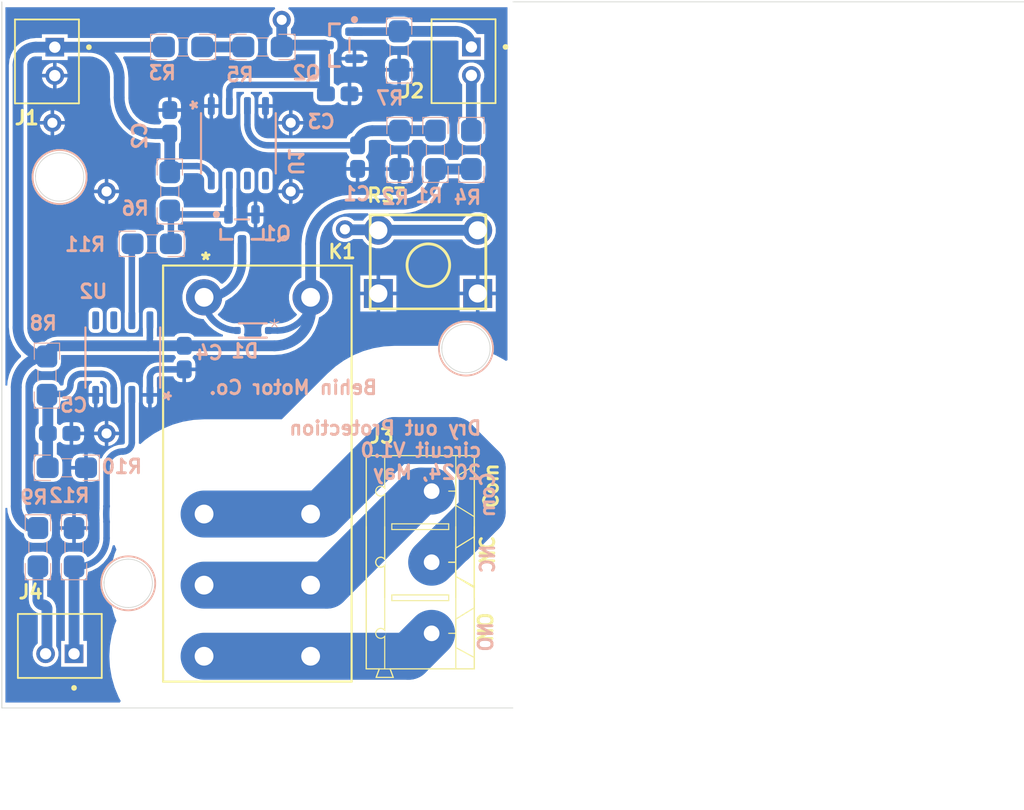
<source format=kicad_pcb>
(kicad_pcb (version 20221018) (generator pcbnew)
  (layers (0 "F.Cu" signal) (31 "B.Cu" signal) (34 "B.Paste" user) (35 "F.Paste" user) (36 "B.SilkS" user "B.Silkscreen") (37 "F.SilkS" user "F.Silkscreen") (38 "B.Mask" user) (39 "F.Mask" user) (44 "Edge.Cuts" user))
  (net 0 "")
  (footprint "CPC.PcbLib:KF301 2PIN" (layer "F.Cu") (at 147.066 112.776 90)
    (fp_text reference "J3" (at 10.795 -4.4704 unlocked) (layer "F.SilkS") (effects (font (size 0.9652 0.9652) (thickness 0.2032)) (justify left bottom)))
    (fp_text value "2Pin Terminal" hide)
    (fp_line (start -5.59999 -3.9) (end -5.59999 -2.7) (stroke (width 0.08)) (layer "F.SilkS"))
    (fp_line (start -5.59999 -3.9) (end -5.59999 -2.7) (stroke (width 0.08)) (layer "F.SilkS"))
    (fp_line (start -5.59999 -3.9) (end -4.99999 -3.68162) (stroke (width 0.08)) (layer "F.SilkS"))
    (fp_line (start -5.59999 -3.9) (end -4.99999 -3.68162) (stroke (width 0.08)) (layer "F.SilkS"))
    (fp_line (start -4.99999 -4.6) (end -4.99999 -3.68162) (stroke (width 0.08)) (layer "F.SilkS"))
    (fp_line (start -4.99999 -4.6) (end -4.99999 -3.3) (stroke (width 0.08)) (layer "F.SilkS"))
    (fp_line (start -4.99999 -4.6) (end 5.00001 -4.6) (stroke (width 0.08)) (layer "F.SilkS"))
    (fp_line (start -4.99999 -4.6) (end 5.00001 -4.6) (stroke (width 0.08)) (layer "F.SilkS"))
    (fp_line (start -4.99999 -3.3) (end -4.99999 1.7) (stroke (width 0.08)) (layer "F.SilkS"))
    (fp_line (start -4.99999 -3.3) (end -2.70999 -3.3) (stroke (width 0.08)) (layer "F.SilkS"))
    (fp_line (start -4.99999 -2.91838) (end -5.59999 -2.7) (stroke (width 0.08)) (layer "F.SilkS"))
    (fp_line (start -4.99999 -2.91838) (end -5.59999 -2.7) (stroke (width 0.08)) (layer "F.SilkS"))
    (fp_line (start -4.99999 -2.91838) (end -4.99999 3) (stroke (width 0.08)) (layer "F.SilkS"))
    (fp_line (start -4.99999 1.7) (end -4.99999 3) (stroke (width 0.08)) (layer "F.SilkS"))
    (fp_line (start -4.99999 1.7) (end 5.00001 1.7) (stroke (width 0.08)) (layer "F.SilkS"))
    (fp_line (start -4.99999 3) (end 5.00001 3) (stroke (width 0.08)) (layer "F.SilkS"))
    (fp_line (start -4.99999 3) (end 5.00001 3) (stroke (width 0.08)) (layer "F.SilkS"))
    (fp_line (start -3.5 1.7) (end -4.2 3) (stroke (width 0.08)) (layer "F.SilkS"))
    (fp_line (start -3.5 1.7) (end -1.5 1.7) (stroke (width 0.08)) (layer "F.SilkS"))
    (fp_line (start -2.5 1.2) (end -2.5 1.7) (stroke (width 0.08)) (layer "F.SilkS"))
    (fp_line (start -2.28999 -3.3) (end 2.29001 -3.3) (stroke (width 0.08)) (layer "F.SilkS"))
    (fp_line (start -1.5 1.7) (end -0.7 3) (stroke (width 0.08)) (layer "F.SilkS"))
    (fp_line (start -0.19999 -2.8) (end -0.19999 1.2) (stroke (width 0.08)) (layer "F.SilkS"))
    (fp_line (start -0.19999 -2.8) (end 0.20001 -2.8) (stroke (width 0.08)) (layer "F.SilkS"))
    (fp_line (start -0.19999 1.2) (end 0.20001 1.2) (stroke (width 0.08)) (layer "F.SilkS"))
    (fp_line (start 0.00001 -4.6) (end 10.00001 -4.6) (stroke (width 0.08)) (layer "F.SilkS"))
    (fp_line (start 0.00001 -4.6) (end 10.00001 -4.6) (stroke (width 0.08)) (layer "F.SilkS"))
    (fp_line (start 0.00001 -3.3) (end 2.29001 -3.3) (stroke (width 0.08)) (layer "F.SilkS"))
    (fp_line (start 0.00001 1.7) (end 10.00001 1.7) (stroke (width 0.08)) (layer "F.SilkS"))
    (fp_line (start 0.00001 3) (end 10.00001 3) (stroke (width 0.08)) (layer "F.SilkS"))
    (fp_line (start 0.00001 3) (end 10.00001 3) (stroke (width 0.08)) (layer "F.SilkS"))
    (fp_line (start 0.20001 -2.8) (end 0.20001 1.2) (stroke (width 0.08)) (layer "F.SilkS"))
    (fp_line (start 1.5 1.7) (end 0.7 3) (stroke (width 0.08)) (layer "F.SilkS"))
    (fp_line (start 1.5 1.7) (end 0.8 3) (stroke (width 0.08)) (layer "F.SilkS"))
    (fp_line (start 1.5 1.7) (end 3.5 1.7) (stroke (width 0.08)) (layer "F.SilkS"))
    (fp_line (start 1.5 1.7) (end 3.5 1.7) (stroke (width 0.08)) (layer "F.SilkS"))
    (fp_line (start 2.5 1.2) (end 2.5 1.7) (stroke (width 0.08)) (layer "F.SilkS"))
    (fp_line (start 2.5 1.2) (end 2.5 1.7) (stroke (width 0.08)) (layer "F.SilkS"))
    (fp_line (start 2.71001 -3.3) (end 5.00001 -3.3) (stroke (width 0.08)) (layer "F.SilkS"))
    (fp_line (start 2.71001 -3.3) (end 7.29001 -3.3) (stroke (width 0.08)) (layer "F.SilkS"))
    (fp_line (start 3.5 1.7) (end 4.3 3) (stroke (width 0.08)) (layer "F.SilkS"))
    (fp_line (start 3.5 1.7) (end 4.3 3) (stroke (width 0.08)) (layer "F.SilkS"))
    (fp_line (start 4.80001 -2.8) (end 4.80001 1.2) (stroke (width 0.08)) (layer "F.SilkS"))
    (fp_line (start 4.80001 -2.8) (end 5.20001 -2.8) (stroke (width 0.08)) (layer "F.SilkS"))
    (fp_line (start 4.80001 1.2) (end 5.20001 1.2) (stroke (width 0.08)) (layer "F.SilkS"))
    (fp_line (start 5.20001 -2.8) (end 5.20001 1.2) (stroke (width 0.08)) (layer "F.SilkS"))
    (fp_line (start 6.5 1.7) (end 5.7 3) (stroke (width 0.08)) (layer "F.SilkS"))
    (fp_line (start 6.5 1.7) (end 8.5 1.7) (stroke (width 0.08)) (layer "F.SilkS"))
    (fp_line (start 7.5 1.2) (end 7.5 1.7) (stroke (width 0.08)) (layer "F.SilkS"))
    (fp_line (start 7.71001 -3.3) (end 10.00001 -3.3) (stroke (width 0.08)) (layer "F.SilkS"))
    (fp_line (start 8.5 1.7) (end 9.3 3) (stroke (width 0.08)) (layer "F.SilkS"))
    (fp_line (start 10.00001 -4.6) (end 10.00001 -3.3) (stroke (width 0.08)) (layer "F.SilkS"))
    (fp_line (start 10.00001 -4.6) (end 10.00001 3) (stroke (width 0.08)) (layer "F.SilkS"))
    (fp_line (start 10.00001 -3.3) (end 10.00001 1.7) (stroke (width 0.08)) (layer "F.SilkS"))
    (fp_line (start 10.00001 1.7) (end 10.00001 3) (stroke (width 0.08)) (layer "F.SilkS"))
    (fp_arc (start -2.709991 -3.3) (mid -2.49999 -3.930001) (end -2.289989 -3.3) (stroke (width 0.08)) (layer "F.SilkS"))
    (fp_arc (start -2.28999 -3.3) (mid -2.49999 -3.23) (end -2.70999 -3.3) (stroke (width 0.0127)) (layer "F.SilkS"))
    (fp_arc (start 2.290009 -3.3) (mid 2.50001 -3.930001) (end 2.710011 -3.3) (stroke (width 0.08)) (layer "F.SilkS"))
    (fp_arc (start 2.290009 -3.3) (mid 2.50001 -3.930001) (end 2.710011 -3.3) (stroke (width 0.08)) (layer "F.SilkS"))
    (fp_arc (start 2.71001 -3.3) (mid 2.50001 -3.23) (end 2.29001 -3.3) (stroke (width 0.0127)) (layer "F.SilkS"))
    (fp_arc (start 2.71001 -3.3) (mid 2.50001 -3.23) (end 2.29001 -3.3) (stroke (width 0.0127)) (layer "F.SilkS"))
    (fp_arc (start 7.290009 -3.3) (mid 7.50001 -3.930001) (end 7.710011 -3.3) (stroke (width 0.08)) (layer "F.SilkS"))
    (fp_arc (start 7.71001 -3.3) (mid 7.50001 -3.23) (end 7.29001 -3.3) (stroke (width 0.0127)) (layer "F.SilkS"))
    (pad "1" thru_hole roundrect (at -2.5 0 180) (size 2 2) (drill 1.1) (layers "*.Cu" "*.Mask"))
    (pad "2" thru_hole circle (at 2.5 0 180) (size 2 2) (drill 1.1) (layers "*.Cu" "*.Mask"))
    (pad "3" thru_hole circle (at 7.5 0 180) (size 2 2) (drill 1.1) (layers "*.Cu" "*.Mask"))
  )
  (footprint "CPC.PcbLib:JST_B2B-PH-K-S(LF)(SN)" (layer "F.Cu") (at 120.92 116.163)
    (fp_text reference "J4" (at -3.0132 -3.2346 unlocked) (layer "F.SilkS") (effects (font (size 0.9652 0.9652) (thickness 0.2032)) (justify left bottom)))
    (fp_text value "B2B-PH-K-S(LF)(SN)" hide)
    (fp_line (start -2.95 -2.25) (end 2.95 -2.25) (stroke (width 0.127)) (layer "F.SilkS"))
    (fp_line (start -2.95 2.25) (end -2.95 -2.25) (stroke (width 0.127)) (layer "F.SilkS"))
    (fp_line (start -2.95 2.25) (end 2.95 2.25) (stroke (width 0.127)) (layer "F.SilkS"))
    (fp_line (start 2.95 2.25) (end 2.95 -2.25) (stroke (width 0.127)) (layer "F.SilkS"))
    (fp_circle (center 1 2.95) (end 1 2.85) (stroke (width 0.2)) (fill none) (layer "F.SilkS"))
    (pad "1" thru_hole rect (at 1 0.55) (size 1.308 1.308) (drill 0.8) (layers "*.Cu" "*.Mask"))
    (pad "2" thru_hole circle (at -1 0.55) (size 1.308 1.308) (drill 0.8) (layers "*.Cu" "*.Mask"))
  )
  (footprint "CPC.PcbLib:JST_B2B-PH-K-S(LF)(SN)" (layer "F.Cu") (at 149.31 75.041 90)
    (fp_text reference "J2" (at -2.65744 -4.57207 unlocked) (layer "F.SilkS") (effects (font (size 0.9652 0.9652) (thickness 0.2032)) (justify left bottom)))
    (fp_text value "B2B-PH-K-S(LF)(SN)" hide)
    (fp_line (start -2.95 -2.25) (end -2.95 2.25) (stroke (width 0.127)) (layer "F.SilkS"))
    (fp_line (start -2.95 -2.25) (end 2.95 -2.25) (stroke (width 0.127)) (layer "F.SilkS"))
    (fp_line (start -2.95 2.25) (end 2.95 2.25) (stroke (width 0.127)) (layer "F.SilkS"))
    (fp_line (start 2.95 -2.25) (end 2.95 2.25) (stroke (width 0.127)) (layer "F.SilkS"))
    (fp_circle (center 1 2.95) (end 1.1 2.95) (stroke (width 0.2)) (fill none) (layer "F.SilkS"))
    (pad "1" thru_hole rect (at 1 0.55 90) (size 1.308 1.308) (drill 0.8) (layers "*.Cu" "*.Mask"))
    (pad "2" thru_hole circle (at -1 0.55 90) (size 1.308 1.308) (drill 0.8) (layers "*.Cu" "*.Mask"))
  )
  (footprint "CPC.PcbLib:RELAY_G2R-1-E_OMR" (layer "F.Cu") (at 131.064 91.647)
    (fp_text reference "K1" (at 8.62774 -2.64556 unlocked) (layer "F.SilkS") (effects (font (size 0.9652 0.9652) (thickness 0.2032)) (justify left bottom)))
    (fp_text value "G2R-1-E 24DC" hide)
    (fp_text user "*" (at -0.381 -2.032 unlocked) (layer "F.SilkS") (effects (font (size 0.9652 0.9652) (thickness 0.2032)) (justify left bottom)))
    (fp_line (start -2.8829 -2.2352) (end 10.3759 -2.2352) (stroke (width 0.1524)) (layer "F.SilkS"))
    (fp_line (start -2.8829 27.0256) (end -2.8829 -2.2352) (stroke (width 0.1524)) (layer "F.SilkS"))
    (fp_line (start -2.8829 27.0256) (end 10.3759 27.0256) (stroke (width 0.1524)) (layer "F.SilkS"))
    (fp_line (start 10.3759 27.0256) (end 10.3759 -2.2352) (stroke (width 0.1524)) (layer "F.SilkS"))
    (pad "1" thru_hole circle (at 0 0) (size 2.54 2.54) (drill 1.3208) (layers "*.Cu" "*.Mask"))
    (pad "2" thru_hole circle (at 0 15.24) (size 2.54 2.54) (drill 1.3208) (layers "*.Cu" "*.Mask"))
    (pad "3" thru_hole circle (at 0 20.24) (size 2.54 2.54) (drill 1.3208) (layers "*.Cu" "*.Mask"))
    (pad "4" thru_hole circle (at 0 25.24) (size 2.54 2.54) (drill 1.3208) (layers "*.Cu" "*.Mask"))
    (pad "5" thru_hole circle (at 7.493 25.24 180) (size 2.54 2.54) (drill 1.3208) (layers "*.Cu" "*.Mask"))
    (pad "6" thru_hole circle (at 7.493 20.24 180) (size 2.54 2.54) (drill 1.3208) (layers "*.Cu" "*.Mask"))
    (pad "7" thru_hole circle (at 7.493 15.24 180) (size 2.54 2.54) (drill 1.3208) (layers "*.Cu" "*.Mask"))
    (pad "8" thru_hole circle (at 7.493 0) (size 2.54 2.54) (drill 1.3208) (layers "*.Cu" "*.Mask"))
  )
  (footprint "CPC.PcbLib:Switch - Push to On" (layer "F.Cu") (at 146.812 89.154 180)
    (fp_text reference "RST" (at 4.3942 4.1148 unlocked) (layer "F.SilkS") (effects (font (size 0.9652 0.9652) (thickness 0.2032)) (justify left bottom)))
    (fp_text value "Zero" hide)
    (fp_line (start -4.064 -3.302) (end -4.064 3.302) (stroke (width 0.2)) (layer "F.SilkS"))
    (fp_line (start 4.064 -3.302) (end -4.064 -3.302) (stroke (width 0.1778)) (layer "F.SilkS"))
    (fp_line (start 4.064 -3.302) (end 4.064 3.302) (stroke (width 0.2)) (layer "F.SilkS"))
    (fp_line (start 4.064 3.302) (end -4.064 3.302) (stroke (width 0.2)) (layer "F.SilkS"))
    (fp_circle (center -0.0225 -0.2325) (end -0.0225 1.2675) (stroke (width 0.2)) (fill none) (layer "F.SilkS"))
    (pad "1" thru_hole rect (at -3.4925 -2.2225 180) (size 2.032 2.032) (drill 1.27) (layers "*.Cu" "*.Mask"))
    (pad "1" thru_hole rect (at 3.4925 -2.2225 180) (size 2.032 2.032) (drill 1.27) (layers "*.Cu" "*.Mask"))
    (pad "2" thru_hole circle (at -3.4925 2.2225 180) (size 2.032 2.032) (drill 1.27) (layers "*.Cu" "*.Mask"))
    (pad "2" thru_hole circle (at 3.4925 2.2225 180) (size 2.032 2.032) (drill 1.27) (layers "*.Cu" "*.Mask"))
  )
  (footprint "CPC.PcbLib:JST_B2B-PH-K-S(LF)(SN)" (layer "F.Cu") (at 120.015 75.057 90)
    (fp_text reference "J1" (at -4.53044 -2.37926 unlocked) (layer "F.SilkS") (effects (font (size 0.9652 0.9652) (thickness 0.2032)) (justify left bottom)))
    (fp_text value "B2B-PH-K-S(LF)(SN)" hide)
    (fp_line (start -2.95 -2.25) (end -2.95 2.25) (stroke (width 0.127)) (layer "F.SilkS"))
    (fp_line (start -2.95 -2.25) (end 2.95 -2.25) (stroke (width 0.127)) (layer "F.SilkS"))
    (fp_line (start -2.95 2.25) (end 2.95 2.25) (stroke (width 0.127)) (layer "F.SilkS"))
    (fp_line (start 2.95 -2.25) (end 2.95 2.25) (stroke (width 0.127)) (layer "F.SilkS"))
    (fp_circle (center 1 2.95) (end 1.1 2.95) (stroke (width 0.2)) (fill none) (layer "F.SilkS"))
    (pad "1" thru_hole rect (at 1 0.55 90) (size 1.308 1.308) (drill 0.8) (layers "*.Cu" "*.Mask"))
    (pad "2" thru_hole circle (at -1 0.55 90) (size 1.308 1.308) (drill 0.8) (layers "*.Cu" "*.Mask"))
  )
  (footprint "CPC.PcbLib:SO-8_STM-L" (layer "B.Cu") (at 133.477 80.81645 -90)
    (fp_text reference "U1" (at 2.37681 -3.45456 270 unlocked) (layer "B.SilkS") (effects (font (size 0.9652 0.9652) (thickness 0.2032)) (justify left bottom mirror)))
    (fp_text value "LM311PSR" hide)
    (fp_text user "*" (at -3.19405 2.2606 90 unlocked) (layer "B.SilkS") (effects (font (size 0.9652 0.9652) (thickness 0.2032)) (justify left bottom mirror)))
    (fp_line (start 2.1209 -2.6289) (end -2.1209 -2.6289) (stroke (width 0.1524)) (layer "B.SilkS"))
    (fp_line (start 2.1209 2.6289) (end -2.1209 2.6289) (stroke (width 0.1524)) (layer "B.SilkS"))
    (pad "1" smd roundrect (at -2.62255 1.905 270) (size 1.2573 0.4826) (layers "B.Cu" "B.Paste" "B.Mask"))
    (pad "2" smd roundrect (at -2.62255 0.635 270) (size 1.2573 0.4826) (layers "B.Cu" "B.Paste" "B.Mask"))
    (pad "3" smd roundrect (at -2.62255 -0.635 270) (size 1.2573 0.4826) (layers "B.Cu" "B.Paste" "B.Mask"))
    (pad "4" smd roundrect (at -2.62255 -1.905 270) (size 1.2573 0.4826) (layers "B.Cu" "B.Paste" "B.Mask"))
    (pad "5" smd roundrect (at 2.62255 -1.905 270) (size 1.2573 0.4826) (layers "B.Cu" "B.Paste" "B.Mask"))
    (pad "6" smd roundrect (at 2.62255 -0.635 270) (size 1.2573 0.4826) (layers "B.Cu" "B.Paste" "B.Mask"))
    (pad "7" smd roundrect (at 2.62255 0.635 270) (size 1.2573 0.4826) (layers "B.Cu" "B.Paste" "B.Mask"))
    (pad "8" smd roundrect (at 2.62255 1.905 270) (size 1.2573 0.4826) (layers "B.Cu" "B.Paste" "B.Mask"))
  )
  (footprint "CPC.PcbLib:RESC3413X04N" (layer "B.Cu") (at 128.651 84.201 90)
    (fp_text reference "R6" (at -1.75244 -1.35492 unlocked) (layer "B.SilkS") (effects (font (size 0.9652 0.9652) (thickness 0.2032)) (justify left bottom mirror)))
    (fp_text value "1k" hide)
    (fp_line (start -2.286 -0.889) (end -2.286 0.889) (stroke (width 0.07)) (layer "B.SilkS"))
    (fp_line (start -2.286 -0.889) (end -1.143 -0.889) (stroke (width 0.07)) (layer "B.SilkS"))
    (fp_line (start -2.286 0.889) (end -1.143 0.889) (stroke (width 0.07)) (layer "B.SilkS"))
    (fp_line (start -0.381 -0.635) (end 0.381 -0.635) (stroke (width 0.07)) (layer "B.SilkS"))
    (fp_line (start -0.381 0.635) (end 0.381 0.635) (stroke (width 0.07)) (layer "B.SilkS"))
    (fp_line (start 1.143 -0.889) (end 2.286 -0.889) (stroke (width 0.07)) (layer "B.SilkS"))
    (fp_line (start 1.143 0.889) (end 2.286 0.889) (stroke (width 0.07)) (layer "B.SilkS"))
    (fp_line (start 2.286 -0.889) (end 2.286 0.889) (stroke (width 0.07)) (layer "B.SilkS"))
    (pad "1" smd roundrect (at -1.35 0) (size 1.45 1.55) (layers "B.Cu" "B.Paste" "B.Mask"))
    (pad "2" smd roundrect (at 1.35 0) (size 1.45 1.55) (layers "B.Cu" "B.Paste" "B.Mask"))
  )
  (footprint "CPC.PcbLib:CAPC180100_90N_KEM-M" (layer "B.Cu") (at 140.462 77.343 180)
    (fp_text reference "C3" (at 0.08493 -2.51444 unlocked) (layer "B.SilkS") (effects (font (size 0.9652 0.9652) (thickness 0.2032)) (justify left bottom mirror)))
    (fp_text value "10u" hide)
    (pad "1" smd roundrect (at -0.8294 0 180) (size 1.2588 1.0508) (layers "B.Cu" "B.Paste" "B.Mask"))
    (pad "2" smd roundrect (at 0.8294 0 180) (size 1.2588 1.0508) (layers "B.Cu" "B.Paste" "B.Mask"))
  )
  (footprint "CPC.PcbLib:RESC3413X04N" (layer "B.Cu") (at 147.33433 81.28 -90)
    (fp_text reference "R1" (at 3.78444 -0.62893 unlocked) (layer "B.SilkS") (effects (font (size 0.9652 0.9652) (thickness 0.2032)) (justify left bottom mirror)))
    (fp_text value "10k" hide)
    (fp_line (start -2.286 0.889) (end -2.286 -0.889) (stroke (width 0.07)) (layer "B.SilkS"))
    (fp_line (start -1.143 -0.889) (end -2.286 -0.889) (stroke (width 0.07)) (layer "B.SilkS"))
    (fp_line (start -1.143 0.889) (end -2.286 0.889) (stroke (width 0.07)) (layer "B.SilkS"))
    (fp_line (start 0.381 -0.635) (end -0.381 -0.635) (stroke (width 0.07)) (layer "B.SilkS"))
    (fp_line (start 0.381 0.635) (end -0.381 0.635) (stroke (width 0.07)) (layer "B.SilkS"))
    (fp_line (start 2.286 -0.889) (end 1.143 -0.889) (stroke (width 0.07)) (layer "B.SilkS"))
    (fp_line (start 2.286 0.889) (end 1.143 0.889) (stroke (width 0.07)) (layer "B.SilkS"))
    (fp_line (start 2.286 0.889) (end 2.286 -0.889) (stroke (width 0.07)) (layer "B.SilkS"))
    (pad "1" smd roundrect (at -1.35 0 180) (size 1.45 1.55) (layers "B.Cu" "B.Paste" "B.Mask"))
    (pad "2" smd roundrect (at 1.35 0 180) (size 1.45 1.55) (layers "B.Cu" "B.Paste" "B.Mask"))
  )
  (footprint "CPC.PcbLib:RESC3413X04N" (layer "B.Cu") (at 144.80867 81.28 90)
    (fp_text reference "R2" (at -3.91144 0.7754 unlocked) (layer "B.SilkS") (effects (font (size 0.9652 0.9652) (thickness 0.2032)) (justify left bottom mirror)))
    (fp_text value "20k" hide)
    (fp_line (start -2.286 -0.889) (end -2.286 0.889) (stroke (width 0.07)) (layer "B.SilkS"))
    (fp_line (start -2.286 -0.889) (end -1.143 -0.889) (stroke (width 0.07)) (layer "B.SilkS"))
    (fp_line (start -2.286 0.889) (end -1.143 0.889) (stroke (width 0.07)) (layer "B.SilkS"))
    (fp_line (start -0.381 -0.635) (end 0.381 -0.635) (stroke (width 0.07)) (layer "B.SilkS"))
    (fp_line (start -0.381 0.635) (end 0.381 0.635) (stroke (width 0.07)) (layer "B.SilkS"))
    (fp_line (start 1.143 -0.889) (end 2.286 -0.889) (stroke (width 0.07)) (layer "B.SilkS"))
    (fp_line (start 1.143 0.889) (end 2.286 0.889) (stroke (width 0.07)) (layer "B.SilkS"))
    (fp_line (start 2.286 -0.889) (end 2.286 0.889) (stroke (width 0.07)) (layer "B.SilkS"))
    (pad "1" smd roundrect (at -1.35 0) (size 1.45 1.55) (layers "B.Cu" "B.Paste" "B.Mask"))
    (pad "2" smd roundrect (at 1.35 0) (size 1.45 1.55) (layers "B.Cu" "B.Paste" "B.Mask"))
  )
  (footprint "CPC.PcbLib:RESC3413X04N" (layer "B.Cu") (at 121.92 109.22 -90)
    (fp_text reference "R12" (at -3.07356 -1.20611 unlocked) (layer "B.SilkS") (effects (font (size 0.9652 0.9652) (thickness 0.2032)) (justify left bottom mirror)))
    (fp_text value "10k" hide)
    (fp_line (start -2.286 0.889) (end -2.286 -0.889) (stroke (width 0.07)) (layer "B.SilkS"))
    (fp_line (start -1.143 -0.889) (end -2.286 -0.889) (stroke (width 0.07)) (layer "B.SilkS"))
    (fp_line (start -1.143 0.889) (end -2.286 0.889) (stroke (width 0.07)) (layer "B.SilkS"))
    (fp_line (start 0.381 -0.635) (end -0.381 -0.635) (stroke (width 0.07)) (layer "B.SilkS"))
    (fp_line (start 0.381 0.635) (end -0.381 0.635) (stroke (width 0.07)) (layer "B.SilkS"))
    (fp_line (start 2.286 -0.889) (end 1.143 -0.889) (stroke (width 0.07)) (layer "B.SilkS"))
    (fp_line (start 2.286 0.889) (end 1.143 0.889) (stroke (width 0.07)) (layer "B.SilkS"))
    (fp_line (start 2.286 0.889) (end 2.286 -0.889) (stroke (width 0.07)) (layer "B.SilkS"))
    (pad "1" smd roundrect (at -1.35 0 180) (size 1.45 1.55) (layers "B.Cu" "B.Paste" "B.Mask"))
    (pad "2" smd roundrect (at 1.35 0 180) (size 1.45 1.55) (layers "B.Cu" "B.Paste" "B.Mask"))
  )
  (footprint "CPC.PcbLib:RESC3413X04N" (layer "B.Cu") (at 135.175 74.041)
    (fp_text reference "R5" (at -0.51293 2.51444 unlocked) (layer "B.SilkS") (effects (font (size 0.9652 0.9652) (thickness 0.2032)) (justify left bottom mirror)))
    (fp_text value "2.2Meg" hide)
    (fp_line (start -2.286 -0.889) (end -1.143 -0.889) (stroke (width 0.07)) (layer "B.SilkS"))
    (fp_line (start -2.286 0.889) (end -2.286 -0.889) (stroke (width 0.07)) (layer "B.SilkS"))
    (fp_line (start -2.286 0.889) (end -1.143 0.889) (stroke (width 0.07)) (layer "B.SilkS"))
    (fp_line (start -0.381 -0.635) (end 0.381 -0.635) (stroke (width 0.07)) (layer "B.SilkS"))
    (fp_line (start -0.381 0.635) (end 0.381 0.635) (stroke (width 0.07)) (layer "B.SilkS"))
    (fp_line (start 1.143 -0.889) (end 2.286 -0.889) (stroke (width 0.07)) (layer "B.SilkS"))
    (fp_line (start 1.143 0.889) (end 2.286 0.889) (stroke (width 0.07)) (layer "B.SilkS"))
    (fp_line (start 2.286 0.889) (end 2.286 -0.889) (stroke (width 0.07)) (layer "B.SilkS"))
    (pad "1" smd roundrect (at -1.35 0 270) (size 1.45 1.55) (layers "B.Cu" "B.Paste" "B.Mask"))
    (pad "2" smd roundrect (at 1.35 0 270) (size 1.45 1.55) (layers "B.Cu" "B.Paste" "B.Mask"))
  )
  (footprint "CPC.PcbLib:RESC3413X04N" (layer "B.Cu") (at 149.86 81.28 -90)
    (fp_text reference "R4" (at 3.91144 -0.80407 unlocked) (layer "B.SilkS") (effects (font (size 0.9652 0.9652) (thickness 0.2032)) (justify left bottom mirror)))
    (fp_text value "1k" hide)
    (fp_line (start -2.286 0.889) (end -2.286 -0.889) (stroke (width 0.07)) (layer "B.SilkS"))
    (fp_line (start -1.143 -0.889) (end -2.286 -0.889) (stroke (width 0.07)) (layer "B.SilkS"))
    (fp_line (start -1.143 0.889) (end -2.286 0.889) (stroke (width 0.07)) (layer "B.SilkS"))
    (fp_line (start 0.381 -0.635) (end -0.381 -0.635) (stroke (width 0.07)) (layer "B.SilkS"))
    (fp_line (start 0.381 0.635) (end -0.381 0.635) (stroke (width 0.07)) (layer "B.SilkS"))
    (fp_line (start 2.286 -0.889) (end 1.143 -0.889) (stroke (width 0.07)) (layer "B.SilkS"))
    (fp_line (start 2.286 0.889) (end 1.143 0.889) (stroke (width 0.07)) (layer "B.SilkS"))
    (fp_line (start 2.286 0.889) (end 2.286 -0.889) (stroke (width 0.07)) (layer "B.SilkS"))
    (pad "1" smd roundrect (at -1.35 0 180) (size 1.45 1.55) (layers "B.Cu" "B.Paste" "B.Mask"))
    (pad "2" smd roundrect (at 1.35 0 180) (size 1.45 1.55) (layers "B.Cu" "B.Paste" "B.Mask"))
  )
  (footprint "CPC.PcbLib:SO-8_STM-L" (layer "B.Cu") (at 125.349 95.885 90)
    (fp_text reference "U2" (at 4.08956 -0.97393 unlocked) (layer "B.SilkS") (effects (font (size 0.9652 0.9652) (thickness 0.2032)) (justify left bottom mirror)))
    (fp_text value "LM311PSR" hide)
    (fp_text user "*" (at -3.19405 2.2606 270 unlocked) (layer "B.SilkS") (effects (font (size 0.9652 0.9652) (thickness 0.2032)) (justify left bottom mirror)))
    (fp_line (start -2.1209 -2.6289) (end 2.1209 -2.6289) (stroke (width 0.1524)) (layer "B.SilkS"))
    (fp_line (start -2.1209 2.6289) (end 2.1209 2.6289) (stroke (width 0.1524)) (layer "B.SilkS"))
    (pad "1" smd roundrect (at -2.62255 1.905 90) (size 1.2573 0.4826) (layers "B.Cu" "B.Paste" "B.Mask"))
    (pad "2" smd roundrect (at -2.62255 0.635 90) (size 1.2573 0.4826) (layers "B.Cu" "B.Paste" "B.Mask"))
    (pad "3" smd roundrect (at -2.62255 -0.635 90) (size 1.2573 0.4826) (layers "B.Cu" "B.Paste" "B.Mask"))
    (pad "4" smd roundrect (at -2.62255 -1.905 90) (size 1.2573 0.4826) (layers "B.Cu" "B.Paste" "B.Mask"))
    (pad "5" smd roundrect (at 2.62255 -1.905 90) (size 1.2573 0.4826) (layers "B.Cu" "B.Paste" "B.Mask"))
    (pad "6" smd roundrect (at 2.62255 -0.635 90) (size 1.2573 0.4826) (layers "B.Cu" "B.Paste" "B.Mask"))
    (pad "7" smd roundrect (at 2.62255 0.635 90) (size 1.2573 0.4826) (layers "B.Cu" "B.Paste" "B.Mask"))
    (pad "8" smd roundrect (at 2.62255 1.905 90) (size 1.2573 0.4826) (layers "B.Cu" "B.Paste" "B.Mask"))
  )
  (footprint "CPC.PcbLib:RESC3413X04N" (layer "B.Cu") (at 121.412 103.632 180)
    (fp_text reference "R10" (at -5.39711 -0.48244 unlocked) (layer "B.SilkS") (effects (font (size 0.9652 0.9652) (thickness 0.2032)) (justify left bottom mirror)))
    (fp_text value "10k" hide)
    (fp_line (start -2.286 -0.889) (end -2.286 0.889) (stroke (width 0.07)) (layer "B.SilkS"))
    (fp_line (start -1.143 -0.889) (end -2.286 -0.889) (stroke (width 0.07)) (layer "B.SilkS"))
    (fp_line (start -1.143 0.889) (end -2.286 0.889) (stroke (width 0.07)) (layer "B.SilkS"))
    (fp_line (start 0.381 -0.635) (end -0.381 -0.635) (stroke (width 0.07)) (layer "B.SilkS"))
    (fp_line (start 0.381 0.635) (end -0.381 0.635) (stroke (width 0.07)) (layer "B.SilkS"))
    (fp_line (start 2.286 -0.889) (end 1.143 -0.889) (stroke (width 0.07)) (layer "B.SilkS"))
    (fp_line (start 2.286 -0.889) (end 2.286 0.889) (stroke (width 0.07)) (layer "B.SilkS"))
    (fp_line (start 2.286 0.889) (end 1.143 0.889) (stroke (width 0.07)) (layer "B.SilkS"))
    (pad "1" smd roundrect (at -1.35 0 90) (size 1.45 1.55) (layers "B.Cu" "B.Paste" "B.Mask"))
    (pad "2" smd roundrect (at 1.35 0 90) (size 1.45 1.55) (layers "B.Cu" "B.Paste" "B.Mask"))
  )
  (footprint "CPC.PcbLib:RESC3413X04N" (layer "B.Cu") (at 120.015 97.155 90)
    (fp_text reference "R8" (at 3.1242 0.8128 unlocked) (layer "B.SilkS") (effects (font (size 0.9652 0.9652) (thickness 0.2032)) (justify left bottom mirror)))
    (fp_text value "10k" hide)
    (fp_line (start -2.286 -0.889) (end -2.286 0.889) (stroke (width 0.07)) (layer "B.SilkS"))
    (fp_line (start -2.286 -0.889) (end -1.143 -0.889) (stroke (width 0.07)) (layer "B.SilkS"))
    (fp_line (start -2.286 0.889) (end -1.143 0.889) (stroke (width 0.07)) (layer "B.SilkS"))
    (fp_line (start -0.381 -0.635) (end 0.381 -0.635) (stroke (width 0.07)) (layer "B.SilkS"))
    (fp_line (start -0.381 0.635) (end 0.381 0.635) (stroke (width 0.07)) (layer "B.SilkS"))
    (fp_line (start 1.143 -0.889) (end 2.286 -0.889) (stroke (width 0.07)) (layer "B.SilkS"))
    (fp_line (start 1.143 0.889) (end 2.286 0.889) (stroke (width 0.07)) (layer "B.SilkS"))
    (fp_line (start 2.286 -0.889) (end 2.286 0.889) (stroke (width 0.07)) (layer "B.SilkS"))
    (pad "1" smd roundrect (at -1.35 0) (size 1.45 1.55) (layers "B.Cu" "B.Paste" "B.Mask"))
    (pad "2" smd roundrect (at 1.35 0) (size 1.45 1.55) (layers "B.Cu" "B.Paste" "B.Mask"))
  )
  (footprint "CPC.PcbLib:SOT23_N" (layer "B.Cu") (at 140.589 73.914 180)
    (fp_text reference "Q2" (at 1.22793 -2.51444 unlocked) (layer "B.SilkS") (effects (font (size 0.9652 0.9652) (thickness 0.2032)) (justify left bottom mirror)))
    (fp_text value "BC846" hide)
    (fp_line (start -0.70002 -0.49997) (end -0.70002 0.50002) (stroke (width 0.15)) (layer "B.SilkS"))
    (fp_line (start 0.69997 -1.50002) (end 0 -1.50002) (stroke (width 0.2)) (layer "B.SilkS"))
    (fp_line (start 0.69997 -1.50002) (end 0.69997 -0.69997) (stroke (width 0.2)) (layer "B.SilkS"))
    (fp_line (start 0.69997 0.70002) (end 0.69997 1.50002) (stroke (width 0.2)) (layer "B.SilkS"))
    (fp_line (start 0.69997 1.50002) (end 0 1.50002) (stroke (width 0.2)) (layer "B.SilkS"))
    (fp_circle (center -1.05 1.8) (end -1.05 1.925) (stroke (width 0.25)) (fill none) (layer "B.SilkS"))
    (pad "1" smd roundrect (at -1.04999 0.95001 90) (size 0.6 1.3) (layers "B.Cu" "B.Paste" "B.Mask"))
    (pad "2" smd roundrect (at -1.04999 -0.95001 90) (size 0.6 1.3) (layers "B.Cu" "B.Paste" "B.Mask"))
    (pad "3" smd roundrect (at 1.04998 0 90) (size 0.6 1.3) (layers "B.Cu" "B.Paste" "B.Mask"))
  )
  (footprint "CPC.PcbLib:CAPC180100_90N_KEM-M" (layer "B.Cu") (at 141.859 81.788 90)
    (fp_text reference "C1" (at -3.14944 1.02426 unlocked) (layer "B.SilkS") (effects (font (size 0.9652 0.9652) (thickness 0.2032)) (justify left bottom mirror)))
    (fp_text value "100n" hide)
    (pad "1" smd roundrect (at -0.8294 0 90) (size 1.2588 1.0508) (layers "B.Cu" "B.Paste" "B.Mask"))
    (pad "2" smd roundrect (at 0.8294 0 90) (size 1.2588 1.0508) (layers "B.Cu" "B.Paste" "B.Mask"))
  )
  (footprint "CPC.PcbLib:CAPC180100_90N_KEM-M" (layer "B.Cu") (at 129.667 95.885 90)
    (fp_text reference "C4" (at -0.22844 2.83607 unlocked) (layer "B.SilkS") (effects (font (size 0.9652 0.9652) (thickness 0.2032)) (justify left bottom mirror)))
    (fp_text value "100n" hide)
    (pad "1" smd roundrect (at -0.8294 0 90) (size 1.2588 1.0508) (layers "B.Cu" "B.Paste" "B.Mask"))
    (pad "2" smd roundrect (at 0.8294 0 90) (size 1.2588 1.0508) (layers "B.Cu" "B.Paste" "B.Mask"))
  )
  (footprint "CPC.PcbLib:SOT23_N" (layer "B.Cu") (at 133.731 86.868 -90)
    (fp_text reference "Q1" (at 0.86344 -3.56426 unlocked) (layer "B.SilkS") (effects (font (size 0.9652 0.9652) (thickness 0.2032)) (justify left bottom mirror)))
    (fp_text value "BC846" hide)
    (fp_line (start -0.70002 0.50002) (end -0.70002 -0.49997) (stroke (width 0.15)) (layer "B.SilkS"))
    (fp_line (start 0.69997 -1.50002) (end 0 -1.50002) (stroke (width 0.2)) (layer "B.SilkS"))
    (fp_line (start 0.69997 -0.69997) (end 0.69997 -1.50002) (stroke (width 0.2)) (layer "B.SilkS"))
    (fp_line (start 0.69997 1.50002) (end 0 1.50002) (stroke (width 0.2)) (layer "B.SilkS"))
    (fp_line (start 0.69997 1.50002) (end 0.69997 0.70002) (stroke (width 0.2)) (layer "B.SilkS"))
    (fp_circle (center -1.05 1.8) (end -1.175 1.8) (stroke (width 0.25)) (fill none) (layer "B.SilkS"))
    (pad "1" smd roundrect (at -1.04999 0.95001 180) (size 0.6 1.3) (layers "B.Cu" "B.Paste" "B.Mask"))
    (pad "2" smd roundrect (at -1.04999 -0.95001 180) (size 0.6 1.3) (layers "B.Cu" "B.Paste" "B.Mask"))
    (pad "3" smd roundrect (at 1.04998 0 180) (size 0.6 1.3) (layers "B.Cu" "B.Paste" "B.Mask"))
  )
  (footprint "CPC.PcbLib:CAPC180100_90N_KEM-M" (layer "B.Cu") (at 128.651 79.3076 -90)
    (fp_text reference "C2" (at -0.10167 1.54956 90 unlocked) (layer "B.SilkS") (effects (font (size 0.9652 0.9652) (thickness 0.2032)) (justify left bottom mirror)))
    (fp_text value "100n" hide)
    (pad "1" smd roundrect (at -0.8294 0 270) (size 1.2588 1.0508) (layers "B.Cu" "B.Paste" "B.Mask"))
    (pad "2" smd roundrect (at 0.8294 0 270) (size 1.2588 1.0508) (layers "B.Cu" "B.Paste" "B.Mask"))
  )
  (footprint "CPC.PcbLib:SOD323F_DIO-L" (layer "B.Cu") (at 134.493 93.98 180)
    (fp_text reference "D1" (at -0.51626 -2.00644 unlocked) (layer "B.SilkS") (effects (font (size 0.9652 0.9652) (thickness 0.2032)) (justify left bottom mirror)))
    (fp_text value "1N4148WSF-7" hide)
    (fp_text user "*" (at -2.0501 -0.635 unlocked) (layer "B.SilkS") (effects (font (size 1.27 1.27) (thickness 0.0762)) (justify left bottom mirror)))
    (fp_line (start 0.977 -0.502) (end -0.977 -0.502) (stroke (width 0.1524)) (layer "B.SilkS"))
    (fp_line (start 0.977 0.502) (end -0.977 0.502) (stroke (width 0.1524)) (layer "B.SilkS"))
    (pad "1" smd roundrect (at -1.1008 0 180) (size 0.5016 0.502) (layers "B.Cu" "B.Paste" "B.Mask"))
    (pad "2" smd roundrect (at 1.1008 0 180) (size 0.5016 0.502) (layers "B.Cu" "B.Paste" "B.Mask"))
  )
  (footprint "CPC.PcbLib:RESC3413X04N" (layer "B.Cu") (at 119.38 109.22 90)
    (fp_text reference "R9" (at 2.94656 0.80407 unlocked) (layer "B.SilkS") (effects (font (size 0.9652 0.9652) (thickness 0.2032)) (justify left bottom mirror)))
    (fp_text value "8.2k" hide)
    (fp_line (start -2.286 -0.889) (end -2.286 0.889) (stroke (width 0.07)) (layer "B.SilkS"))
    (fp_line (start -2.286 -0.889) (end -1.143 -0.889) (stroke (width 0.07)) (layer "B.SilkS"))
    (fp_line (start -2.286 0.889) (end -1.143 0.889) (stroke (width 0.07)) (layer "B.SilkS"))
    (fp_line (start -0.381 -0.635) (end 0.381 -0.635) (stroke (width 0.07)) (layer "B.SilkS"))
    (fp_line (start -0.381 0.635) (end 0.381 0.635) (stroke (width 0.07)) (layer "B.SilkS"))
    (fp_line (start 1.143 -0.889) (end 2.286 -0.889) (stroke (width 0.07)) (layer "B.SilkS"))
    (fp_line (start 1.143 0.889) (end 2.286 0.889) (stroke (width 0.07)) (layer "B.SilkS"))
    (fp_line (start 2.286 -0.889) (end 2.286 0.889) (stroke (width 0.07)) (layer "B.SilkS"))
    (pad "1" smd roundrect (at -1.35 0) (size 1.45 1.55) (layers "B.Cu" "B.Paste" "B.Mask"))
    (pad "2" smd roundrect (at 1.35 0) (size 1.45 1.55) (layers "B.Cu" "B.Paste" "B.Mask"))
  )
  (footprint "CPC.PcbLib:RESC3413X04N" (layer "B.Cu") (at 127.381 87.884)
    (fp_text reference "R11" (at -3.14571 0.60944 unlocked) (layer "B.SilkS") (effects (font (size 0.9652 0.9652) (thickness 0.2032)) (justify left bottom mirror)))
    (fp_text value "0" hide)
    (fp_line (start -2.286 -0.889) (end -1.143 -0.889) (stroke (width 0.07)) (layer "B.SilkS"))
    (fp_line (start -2.286 0.889) (end -2.286 -0.889) (stroke (width 0.07)) (layer "B.SilkS"))
    (fp_line (start -2.286 0.889) (end -1.143 0.889) (stroke (width 0.07)) (layer "B.SilkS"))
    (fp_line (start -0.381 -0.635) (end 0.381 -0.635) (stroke (width 0.07)) (layer "B.SilkS"))
    (fp_line (start -0.381 0.635) (end 0.381 0.635) (stroke (width 0.07)) (layer "B.SilkS"))
    (fp_line (start 1.143 -0.889) (end 2.286 -0.889) (stroke (width 0.07)) (layer "B.SilkS"))
    (fp_line (start 1.143 0.889) (end 2.286 0.889) (stroke (width 0.07)) (layer "B.SilkS"))
    (fp_line (start 2.286 0.889) (end 2.286 -0.889) (stroke (width 0.07)) (layer "B.SilkS"))
    (pad "1" smd roundrect (at -1.35 0 270) (size 1.45 1.55) (layers "B.Cu" "B.Paste" "B.Mask"))
    (pad "2" smd roundrect (at 1.35 0 270) (size 1.45 1.55) (layers "B.Cu" "B.Paste" "B.Mask"))
  )
  (footprint "CPC.PcbLib:RESC3413X04N" (layer "B.Cu") (at 129.587 74.041)
    (fp_text reference "R3" (at -0.38593 2.38744 unlocked) (layer "B.SilkS") (effects (font (size 0.9652 0.9652) (thickness 0.2032)) (justify left bottom mirror)))
    (fp_text value "2.2Meg" hide)
    (fp_line (start -2.286 -0.889) (end -1.143 -0.889) (stroke (width 0.07)) (layer "B.SilkS"))
    (fp_line (start -2.286 0.889) (end -2.286 -0.889) (stroke (width 0.07)) (layer "B.SilkS"))
    (fp_line (start -2.286 0.889) (end -1.143 0.889) (stroke (width 0.07)) (layer "B.SilkS"))
    (fp_line (start -0.381 -0.635) (end 0.381 -0.635) (stroke (width 0.07)) (layer "B.SilkS"))
    (fp_line (start -0.381 0.635) (end 0.381 0.635) (stroke (width 0.07)) (layer "B.SilkS"))
    (fp_line (start 1.143 -0.889) (end 2.286 -0.889) (stroke (width 0.07)) (layer "B.SilkS"))
    (fp_line (start 1.143 0.889) (end 2.286 0.889) (stroke (width 0.07)) (layer "B.SilkS"))
    (fp_line (start 2.286 0.889) (end 2.286 -0.889) (stroke (width 0.07)) (layer "B.SilkS"))
    (pad "1" smd roundrect (at -1.35 0 270) (size 1.45 1.55) (layers "B.Cu" "B.Paste" "B.Mask"))
    (pad "2" smd roundrect (at 1.35 0 270) (size 1.45 1.55) (layers "B.Cu" "B.Paste" "B.Mask"))
  )
  (footprint "CPC.PcbLib:RESC3413X04N" (layer "B.Cu") (at 144.78 74.295 -90)
    (fp_text reference "R7" (at 3.91144 -0.42307 unlocked) (layer "B.SilkS") (effects (font (size 0.9652 0.9652) (thickness 0.2032)) (justify left bottom mirror)))
    (fp_text value "1Meg" hide)
    (fp_line (start -2.286 0.889) (end -2.286 -0.889) (stroke (width 0.07)) (layer "B.SilkS"))
    (fp_line (start -1.143 -0.889) (end -2.286 -0.889) (stroke (width 0.07)) (layer "B.SilkS"))
    (fp_line (start -1.143 0.889) (end -2.286 0.889) (stroke (width 0.07)) (layer "B.SilkS"))
    (fp_line (start 0.381 -0.635) (end -0.381 -0.635) (stroke (width 0.07)) (layer "B.SilkS"))
    (fp_line (start 0.381 0.635) (end -0.381 0.635) (stroke (width 0.07)) (layer "B.SilkS"))
    (fp_line (start 2.286 -0.889) (end 1.143 -0.889) (stroke (width 0.07)) (layer "B.SilkS"))
    (fp_line (start 2.286 0.889) (end 1.143 0.889) (stroke (width 0.07)) (layer "B.SilkS"))
    (fp_line (start 2.286 0.889) (end 2.286 -0.889) (stroke (width 0.07)) (layer "B.SilkS"))
    (pad "1" smd roundrect (at -1.35 0 180) (size 1.45 1.55) (layers "B.Cu" "B.Paste" "B.Mask"))
    (pad "2" smd roundrect (at 1.35 0 180) (size 1.45 1.55) (layers "B.Cu" "B.Paste" "B.Mask"))
  )
  (footprint "CPC.PcbLib:CAPC180100_90N_KEM-M" (layer "B.Cu") (at 120.9054 101.219 180)
    (fp_text reference "C5" (at -2.07267 1.42256 unlocked) (layer "B.SilkS") (effects (font (size 0.9652 0.9652) (thickness 0.2032)) (justify left bottom mirror)))
    (fp_text value "100n" hide)
    (pad "1" smd roundrect (at -0.8294 0 180) (size 1.2588 1.0508) (layers "B.Cu" "B.Paste" "B.Mask"))
    (pad "2" smd roundrect (at 0.8294 0 180) (size 1.2588 1.0508) (layers "B.Cu" "B.Paste" "B.Mask"))
  )
  (gr_circle (center 149.479 95.25) (end 149.479 93.35) (stroke (width 0.127)) (fill none) (layer "B.SilkS"))
  (gr_circle (center 125.73 111.76) (end 125.73 109.86) (stroke (width 0.127)) (fill none) (layer "B.SilkS"))
  (gr_circle (center 120.904 83.185) (end 120.904 81.285) (stroke (width 0.127)) (fill none) (layer "B.SilkS"))
  (gr_arc (start 151.179 95.25) (mid 150.681082 96.452082) (end 149.479 96.95) (stroke (width 0.05)) (layer "Edge.Cuts"))
  (gr_arc (start 120.904 81.485) (mid 122.106082 81.982918) (end 122.604 83.185) (stroke (width 0.05)) (layer "Edge.Cuts"))
  (gr_line (start 116.84 120.523) (end 116.84 70.866) (stroke (width 0.05)) (layer "Edge.Cuts"))
  (gr_arc (start 125.73 110.06) (mid 126.932082 110.557918) (end 127.43 111.76) (stroke (width 0.05)) (layer "Edge.Cuts"))
  (gr_arc (start 149.479 96.95) (mid 148.276918 96.452082) (end 147.779 95.25) (stroke (width 0.05)) (layer "Edge.Cuts"))
  (gr_arc (start 149.479 93.55) (mid 150.681082 94.047918) (end 151.179 95.25) (stroke (width 0.05)) (layer "Edge.Cuts"))
  (gr_line (start 124.03262 111.626413) (end 124.03 111.76) (stroke (width 0.05)) (layer "Edge.Cuts"))
  (gr_line (start 147.78162 95.116413) (end 147.779 95.25) (stroke (width 0.05)) (layer "Edge.Cuts"))
  (gr_arc (start 120.904 84.885) (mid 119.701918 84.387082) (end 119.204 83.185) (stroke (width 0.05)) (layer "Edge.Cuts"))
  (gr_arc (start 147.779 95.25) (mid 148.276918 94.047918) (end 149.479 93.55) (stroke (width 0.05)) (layer "Edge.Cuts"))
  (gr_line (start 119.20662 83.051413) (end 119.204 83.185) (stroke (width 0.05)) (layer "Edge.Cuts"))
  (gr_arc (start 127.43 111.76) (mid 126.932082 112.962082) (end 125.73 113.46) (stroke (width 0.05)) (layer "Edge.Cuts"))
  (gr_line (start 152.781 120.523) (end 116.84 120.523) (stroke (width 0.05)) (layer "Edge.Cuts"))
  (gr_arc (start 125.73 113.46) (mid 124.527918 112.962082) (end 124.03 111.76) (stroke (width 0.05)) (layer "Edge.Cuts"))
  (gr_arc (start 122.604 83.185) (mid 122.106082 84.387082) (end 120.904 84.885) (stroke (width 0.05)) (layer "Edge.Cuts"))
  (gr_line (start 152.78099 70.866) (end 188.72198 70.866) (stroke (width 0.05)) (layer "Edge.Cuts"))
  (gr_line (start 116.84 70.866) (end 116.84001 120.523) (stroke (width 0.05)) (layer "Edge.Cuts"))
  (gr_arc (start 124.03 111.76) (mid 124.527918 110.557918) (end 125.73 110.06) (stroke (width 0.05)) (layer "Edge.Cuts"))
  (gr_arc (start 119.204 83.185) (mid 119.701918 81.982918) (end 120.904 81.485) (stroke (width 0.05)) (layer "Edge.Cuts"))
  (gr_text "NC" (at 151.5618 108.9152 90) (layer "B.SilkS") (effects (font (size 0.9652 0.9652) (thickness 0.2032)) (justify left bottom mirror)))
  (gr_text "Com" (at 151.5618 103.8352 90) (layer "B.SilkS") (effects (font (size 0.9652 0.9652) (thickness 0.2032)) (justify left bottom mirror)))
  (gr_text "Dry out Protection \ncircuit V1.0\n2024, May\n" (at 150.67248 104.521 360) (layer "B.SilkS") (effects (font (size 0.9652 0.9652) (thickness 0.2032)) (justify left bottom mirror)))
  (gr_text "Behin Motor Co.\n" (at 143.34474 98.552 360) (layer "B.SilkS") (effects (font (size 0.9652 0.9652) (thickness 0.2032)) (justify left bottom mirror)))
  (gr_text "NO" (at 151.4348 114.3762 90) (layer "B.SilkS") (effects (font (size 0.9652 0.9652) (thickness 0.2032)) (justify left bottom mirror)))
  (gr_text "NC" (at 151.5618 110.5408 90) (layer "F.SilkS") (effects (font (size 0.9652 0.9652) (thickness 0.2032)) (justify left bottom)))
  (gr_text "Com" (at 151.8158 106.6038 90) (layer "F.SilkS") (effects (font (size 0.9652 0.9652) (thickness 0.2032)) (justify left bottom)))
  (gr_text "NO" (at 151.4348 116.0018 90) (layer "F.SilkS") (effects (font (size 0.9652 0.9652) (thickness 0.2032)) (justify left bottom)))
  (via (at 124.206 84.201) (size 1.27) (drill 0.7112) (layers "F.Cu" "B.Cu") (net 0))
  (via (at 137.16 84.201) (size 1.27) (drill 0.7112) (layers "F.Cu" "B.Cu") (net 0))
  (via (at 124.206 101.219) (size 1.27) (drill 0.7112) (layers "F.Cu" "B.Cu") (net 0))
  (via (at 140.97 86.868) (size 1.27) (drill 0.7112) (layers "F.Cu" "B.Cu") (net 0))
  (via (at 136.525 72.136) (size 1.27) (drill 0.7112) (layers "F.Cu" "B.Cu") (net 0))
  (via (at 120.396 79.375) (size 1.27) (drill 0.7112) (layers "F.Cu" "B.Cu") (net 0))
  (via (at 137.16 79.375) (size 1.27) (drill 0.7112) (layers "F.Cu" "B.Cu") (net 0))
  (segment (start 117.856 106.346) (end 117.856 97.964) (width 0.762) (layer "B.Cu") (net 0))
  (segment (start 131.064 91.647) (end 131.191 91.647) (width 0.6096) (layer "B.Cu") (net 0))
  (segment (start 122.428 97.028) (end 123.825 97.028) (width 0.4572) (layer "B.Cu") (net 0))
  (segment (start 130.937 74.041) (end 133.825 74.041) (width 0.762) (layer "B.Cu") (net 0))
  (segment (start 144.80867 79.93) (end 144.80867 79.93) (width 0.762) (layer "B.Cu") (net 0))
  (segment (start 136.525 74.041) (end 136.525 72.136) (width 0.762) (layer "B.Cu") (net 0))
  (segment (start 143.98625 86.89975) (end 144.018 86.868) (width 0.762) (layer "B.Cu") (net 0))
  (segment (start 131.064 91.6518) (end 131.064 91.647) (width 0.4572) (layer "B.Cu") (net 0))
  (segment (start 120.062 101.219) (end 120.076 101.219) (width 0.762) (layer "B.Cu") (net 0))
  (segment (start 127.254 94.488) (end 127.254 93.26245) (width 0.4572) (layer "B.Cu") (net 0))
  (segment (start 120.565 74.057) (end 122.952 74.057) (width 0.762) (layer "B.Cu") (net 0))
  (segment (start 132.842 78.1939) (end 132.842 77.089) (width 0.4572) (layer "B.Cu") (net 0))
  (segment (start 121.8965 107.8465) (end 121.92 107.87) (width 0.762) (layer "B.Cu") (net 0))
  (segment (start 140.97 86.868) (end 141.00175 86.89975) (width 0.762) (layer "B.Cu") (net 0))
  (segment (start 122.762 103.632) (end 122.7855 103.6555) (width 0.762) (layer "B.Cu") (net 0))
  (segment (start 135.5686 80.9586) (end 141.859 80.9586) (width 0.4572) (layer "B.Cu") (net 0))
  (segment (start 119.38 112.903) (end 119.38 110.57) (width 0.762) (layer "B.Cu") (net 0))
  (segment (start 124.206 108.585) (end 124.206 107.44805) (width 0.4572) (layer "B.Cu") (net 0))
  (segment (start 138.557 91.647) (end 138.557 87.884) (width 0.762) (layer "B.Cu") (net 0))
  (segment (start 144.80867 79.93) (end 147.33433 79.93) (width 0.762) (layer "B.Cu") (net 0))
  (segment (start 139.29006 106.887) (end 144.45706 101.72) (width 3.302) (layer "B.Cu") (net 0))
  (segment (start 120.7644 95.0556) (end 127.12541 95.0556) (width 0.762) (layer "B.Cu") (net 0))
  (segment (start 139.53902 77.24941) (end 139.53902 77.01119) (width 0.762) (layer "B.Cu") (net 0))
  (segment (start 136.652 73.914) (end 139.53902 73.914) (width 0.762) (layer "B.Cu") (net 0))
  (segment (start 135.5938 93.98) (end 136.224 93.98) (width 0.4572) (layer "B.Cu") (net 0))
  (segment (start 129.667 95.0556) (end 136.017 95.0556) (width 0.762) (layer "B.Cu") (net 0))
  (segment (start 117.983 93.773) (end 117.983 75.311) (width 0.762) (layer "B.Cu") (net 0))
  (segment (start 121.92 110.57) (end 122.221 110.57) (width 0.4572) (layer "B.Cu") (net 0))
  (segment (start 125.095 77.597) (end 125.095 76.2) (width 0.762) (layer "B.Cu") (net 0))
  (segment (start 120.062 103.632) (end 120.062 101.219) (width 0.762) (layer "B.Cu") (net 0))
  (segment (start 127.8216 96.7144) (end 129.667 96.7144) (width 0.4572) (layer "B.Cu") (net 0))
  (segment (start 138.557 106.887) (end 139.29006 106.887) (width 3.302) (layer "B.Cu") (net 0))
  (segment (start 147.33433 82.63) (end 149.86 82.63) (width 0.762) (layer "B.Cu") (net 0))
  (segment (start 128.731 87.884) (end 128.731 85.631) (width 0.4572) (layer "B.Cu") (net 0))
  (segment (start 121.92 116.713) (end 121.92 110.57) (width 0.762) (layer "B.Cu") (net 0))
  (segment (start 125.984 101.854) (end 125.984 98.50755) (width 0.4572) (layer "B.Cu") (net 0))
  (segment (start 124.714 98.50755) (end 124.714 97.917) (width 0.4572) (layer "B.Cu") (net 0))
  (segment (start 132.842 85.757) (end 132.842 83.439) (width 0.4572) (layer "B.Cu") (net 0))
  (segment (start 131.064 111.887) (end 139.7 111.887) (width 3.302) (layer "B.Cu") (net 0))
  (segment (start 148.51 108.832) (end 148.53894 108.832) (width 3.302) (layer "B.Cu") (net 0))
  (segment (start 131.064 116.887) (end 145.455 116.887) (width 3.302) (layer "B.Cu") (net 0))
  (segment (start 150.622 106.74894) (end 150.622 103.65427) (width 3.302) (layer "B.Cu") (net 0))
  (segment (start 120.3775 98.438) (end 121.018 98.438) (width 0.4572) (layer "B.Cu") (net 0))
  (segment (start 144.45706 101.72) (end 148.68773 101.72) (width 3.302) (layer "B.Cu") (net 0))
  (segment (start 120.076 101.219) (end 120.076 98.7395) (width 0.762) (layer "B.Cu") (net 0))
  (segment (start 127.254 98.50755) (end 127.254 97.282) (width 0.4572) (layer "B.Cu") (net 0))
  (segment (start 128.651 82.423) (end 128.651 80.137) (width 0.762) (layer "B.Cu") (net 0))
  (segment (start 131.064 106.887) (end 138.557 106.887) (width 3.302) (layer "B.Cu") (net 0))
  (segment (start 141.63899 72.96399) (end 144.76101 72.96399) (width 0.6096) (layer "B.Cu") (net 0))
  (segment (start 149.86 79.93) (end 149.86 76.041) (width 0.762) (layer "B.Cu") (net 0))
  (segment (start 145.455 116.887) (end 147.066 115.276) (width 3.302) (layer "B.Cu") (net 0))
  (segment (start 141.00175 86.89975) (end 143.98625 86.89975) (width 0.762) (layer "B.Cu") (net 0))
  (segment (start 122.952 74.057) (end 128.237 74.057) (width 0.762) (layer "B.Cu") (net 0))
  (segment (start 139.53902 77.01119) (end 139.53902 73.914) (width 0.762) (layer "B.Cu") (net 0))
  (segment (start 146.311 105.276) (end 147.066 105.276) (width 3.302) (layer "B.Cu") (net 0))
  (segment (start 119.237 74.057) (end 120.565 74.057) (width 0.762) (layer "B.Cu") (net 0))
  (segment (start 138.557 92.5156) (end 138.557 91.647) (width 0.762) (layer "B.Cu") (net 0))
  (segment (start 147.066 110.276) (end 148.51 108.832) (width 3.302) (layer "B.Cu") (net 0))
  (segment (start 139.7 111.887) (end 146.311 105.276) (width 3.302) (layer "B.Cu") (net 0))
  (segment (start 125.984 93.26245) (end 125.984 87.931) (width 0.4572) (layer "B.Cu") (net 0))
  (segment (start 144.78 72.945) (end 148.764 72.945) (width 0.762) (layer "B.Cu") (net 0))
  (segment (start 128.91802 85.81801) (end 132.78099 85.81801) (width 0.4572) (layer "B.Cu") (net 0))
  (segment (start 133.731 89.107) (end 133.731 87.91798) (width 0.6096) (layer "B.Cu") (net 0))
  (segment (start 144.0815 86.9315) (end 150.5585 86.9315) (width 0.762) (layer "B.Cu") (net 0))
  (segment (start 148.53894 108.832) (end 150.622 106.74894) (width 3.302) (layer "B.Cu") (net 0))
  (segment (start 127.12541 95.0556) (end 129.667 95.0556) (width 0.762) (layer "B.Cu") (net 0))
  (segment (start 120.015 116.618) (end 120.015 113.538) (width 0.762) (layer "B.Cu") (net 0))
  (segment (start 127.635 80.137) (end 128.651 80.137) (width 0.762) (layer "B.Cu") (net 0))
  (segment (start 134.112 79.502) (end 134.112 78.1939) (width 0.4572) (layer "B.Cu") (net 0))
  (segment (start 128.237 74.057) (end 128.237 74.041) (width 0.762) (layer "B.Cu") (net 0))
  (segment (start 133.223 76.708) (end 138.9976 76.708) (width 0.4572) (layer "B.Cu") (net 0))
  (segment (start 128.651 82.423) (end 130.556 82.423) (width 0.4572) (layer "B.Cu") (net 0))
  (segment (start 148.68773 101.72) (end 150.622 103.65427) (width 3.302) (layer "B.Cu") (net 0))
  (segment (start 142.8876 79.93) (end 144.80867 79.93) (width 0.762) (layer "B.Cu") (net 0))
  (segment (start 141.351 85.09) (end 145.03153 85.09) (width 0.762) (layer "B.Cu") (net 0))
  (segment (start 124.206 106.32595) (end 124.206 103.632) (width 0.4572) (layer "B.Cu") (net 0))
  (segment (start 124.206 106.32596) (end 124.206 106.32595) (width 0.4572) (layer "B.Cu") (net 0))
  (arc (start 144.78 72.945) (mid 144.774438 72.958428) (end 144.76101 72.96399) (width 0.6096) (layer "B.Cu") (net 0))
  (arc (start 148.764 72.945) (mid 149.538989 73.266011) (end 149.86 74.041) (width 0.762) (layer "B.Cu") (net 0))
  (arc (start 138.557 87.884) (mid 139.375344 85.908344) (end 141.351 85.09) (width 0.762) (layer "B.Cu") (net 0))
  (arc (start 132.842 77.089) (mid 132.953592 76.819592) (end 133.223 76.708) (width 0.4572) (layer "B.Cu") (net 0))
  (arc (start 135.5686 80.9586) (mid 134.538628 80.531972) (end 134.112 79.502) (width 0.4572) (layer "B.Cu") (net 0))
  (arc (start 125.984 87.931) (mid 125.997766 87.897766) (end 126.031 87.884) (width 0.4572) (layer "B.Cu") (net 0))
  (arc (start 120.015 95.805) (mid 118.578159 95.209841) (end 117.983 93.773) (width 0.762) (layer "B.Cu") (net 0))
  (arc (start 124.205997 106.325957) (mid 124.205662 106.341985) (end 124.204766 106.357991) (width 0.4572) (layer "B.Cu") (net 0))
  (arc (start 144.018 86.868) (mid 144.062901 86.886599) (end 144.0815 86.9315) (width 0.762) (layer "B.Cu") (net 0))
  (arc (start 138.557 92.5156) (mid 137.813051 94.311651) (end 136.017 95.0556) (width 0.762) (layer "B.Cu") (net 0))
  (arc (start 121.666 97.79) (mid 121.476205 98.248205) (end 121.018 98.438) (width 0.4572) (layer "B.Cu") (net 0))
  (arc (start 124.206 103.632) (mid 124.540777 102.823777) (end 125.349 102.489) (width 0.4572) (layer "B.Cu") (net 0))
  (arc (start 130.556 82.423) (mid 131.27442 82.72058) (end 131.572 83.439) (width 0.4572) (layer "B.Cu") (net 0))
  (arc (start 120.076 98.7395) (mid 120.129112 98.568604) (end 120.269734 98.457917) (width 0.762) (layer "B.Cu") (net 0))
  (arc (start 141.859 80.9586) (mid 142.16027 80.23127) (end 142.8876 79.93) (width 0.762) (layer "B.Cu") (net 0))
  (arc (start 119.38 107.87) (mid 118.302369 107.423631) (end 117.856 106.346) (width 0.762) (layer "B.Cu") (net 0))
  (arc (start 125.984 101.854) (mid 125.798013 102.303013) (end 125.349 102.489) (width 0.4572) (layer "B.Cu") (net 0))
  (arc (start 123.825 97.028) (mid 124.453618 97.288382) (end 124.714 97.917) (width 0.4572) (layer "B.Cu") (net 0))
  (arc (start 147.328387 82.63041) (mid 146.714166 84.359073) (end 145.031522 85.09) (width 0.762) (layer "B.Cu") (net 0))
  (arc (start 124.204765 107.415984) (mid 124.205663 107.432004) (end 124.205998 107.448046) (width 0.4572) (layer "B.Cu") (net 0))
  (arc (start 132.842 85.757) (mid 132.824131 85.800141) (end 132.78099 85.81801) (width 0.4572) (layer "B.Cu") (net 0))
  (arc (start 133.3922 93.98) (mid 131.745914 93.298086) (end 131.064 91.6518) (width 0.4572) (layer "B.Cu") (net 0))
  (arc (start 121.666 97.79) (mid 121.889185 97.251185) (end 122.428 97.028) (width 0.4572) (layer "B.Cu") (net 0))
  (arc (start 124.204765 107.415955) (mid 124.1844 106.886973) (end 124.204769 106.357992) (width 0.4572) (layer "B.Cu") (net 0))
  (arc (start 120.015 116.618) (mid 119.987175 116.685175) (end 119.92 116.713) (width 0.762) (layer "B.Cu") (net 0))
  (arc (start 133.731 89.107) (mid 132.987051 90.903051) (end 131.191 91.647) (width 0.6096) (layer "B.Cu") (net 0))
  (arc (start 117.856 97.964) (mid 118.488356 96.437357) (end 120.014999 95.805) (width 0.762) (layer "B.Cu") (net 0))
  (arc (start 127.254 94.488) (mid 127.22145 94.778992) (end 127.12541 95.055601) (width 0.4572) (layer "B.Cu") (net 0))
  (arc (start 128.731 87.884) (mid 128.750328 87.837338) (end 128.79699 87.81801) (width 0.4572) (layer "B.Cu") (net 0))
  (arc (start 120.015 95.804998) (mid 120.234495 95.275093) (end 120.7644 95.0556) (width 0.762) (layer "B.Cu") (net 0))
  (arc (start 117.983 75.311) (mid 118.350288 74.424288) (end 119.237 74.057) (width 0.762) (layer "B.Cu") (net 0))
  (arc (start 138.557 91.647) (mid 137.87368 93.29668) (end 136.224 93.98) (width 0.4572) (layer "B.Cu") (net 0))
  (arc (start 127.254 97.282) (mid 127.420246 96.880646) (end 127.8216 96.7144) (width 0.4572) (layer "B.Cu") (net 0))
  (arc (start 138.9976 76.708) (mid 139.307864 76.788959) (end 139.539014 77.011193) (width 0.4572) (layer "B.Cu") (net 0))
  (arc (start 136.525 74.041) (mid 136.562197 73.951197) (end 136.652 73.914) (width 0.762) (layer "B.Cu") (net 0))
  (arc (start 119.761 113.284) (mid 119.940605 113.358395) (end 120.015 113.538) (width 0.762) (layer "B.Cu") (net 0))
  (arc (start 122.952 74.057) (mid 124.46733 74.68467) (end 125.095 76.2) (width 0.762) (layer "B.Cu") (net 0))
  (arc (start 124.206 108.585) (mid 123.624607 109.988607) (end 122.221 110.57) (width 0.4572) (layer "B.Cu") (net 0))
  (arc (start 127.635 80.137) (mid 125.838949 79.393051) (end 125.095 77.597) (width 0.762) (layer "B.Cu") (net 0))
  (arc (start 119.761 113.284) (mid 119.491592 113.172408) (end 119.38 112.903) (width 0.762) (layer "B.Cu") (net 0))
  (arc (start 128.91802 85.81802) (mid 128.785777 85.763243) (end 128.731 85.631) (width 0.4572) (layer "B.Cu") (net 0))
  (arc (start 120.269734 98.457917) (mid 120.322704 98.443021) (end 120.3775 98.438) (width 0.762) (layer "B.Cu") (net 0))
  (arc (start 139.6326 77.343) (mid 139.566422 77.315588) (end 139.53901 77.24941) (width 0.762) (layer "B.Cu") (net 0))
  (zone (net 0) (net_name "") (layer "B.Cu") (connect_pads (clearance 0)) (min_thickness 0.25)
    (keepout (tracks allowed) (vias allowed) (pads allowed) (copperpour not_allowed) (footprints allowed))
    (fill (thermal_gap 0.5) (thermal_bridge_width 0.5))
    (polygon (pts (arc (start 147.579 95.25) (mid 148.135497 96.593503) (end 149.479 97.15)) (arc (start 149.479 97.15) (mid 150.822503 96.593503) (end 151.379 95.25)) (arc (start 151.379 95.25) (mid 150.822503 93.906497) (end 149.479 93.35)) (arc (start 149.479 93.35) (mid 148.135497 93.906497) (end 147.579 95.25))))
  )
  (zone (net 0) (net_name "") (layer "B.Cu") (connect_pads (clearance 0)) (min_thickness 0.25)
    (keepout (tracks allowed) (vias allowed) (pads allowed) (copperpour not_allowed) (footprints allowed))
    (fill (thermal_gap 0.5) (thermal_bridge_width 0.5))
    (polygon (pts (arc (start 119.004 83.185) (mid 119.560497 84.528503) (end 120.904 85.085)) (arc (start 120.904 85.085) (mid 122.247503 84.528503) (end 122.804 83.185)) (arc (start 122.804 83.185) (mid 122.247503 81.841497) (end 120.904 81.285)) (arc (start 120.904 81.285) (mid 119.560497 81.841497) (end 119.004 83.185))))
  )
  (zone (net 0) (net_name "") (layer "B.Cu") (connect_pads (clearance 0.508)) (min_thickness 0.25) (fill yes (thermal_gap 0.254) (thermal_bridge_width 0.254))
    (polygon (pts (xy 117.094 120.142) (xy 117.094 71.247) (xy 152.4 71.247) (xy 152.4 120.142)))
  )
  (zone (net 0) (net_name "") (layer "B.Cu") (connect_pads (clearance 0)) (min_thickness 0.25)
    (keepout (tracks allowed) (vias allowed) (pads allowed) (copperpour not_allowed) (footprints allowed))
    (fill (thermal_gap 0.5) (thermal_bridge_width 0.5))
    (polygon (pts (arc (start 123.83 111.76) (mid 124.386497 113.103503) (end 125.73 113.66)) (arc (start 125.73 113.66) (mid 127.073503 113.103503) (end 127.63 111.76)) (arc (start 127.63 111.76) (mid 127.073503 110.416497) (end 125.73 109.86)) (arc (start 125.73 109.86) (mid 124.386497 110.416497) (end 123.83 111.76))))
  )
)
</source>
